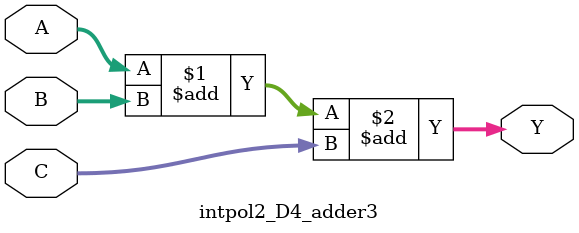
<source format=v>
module intpol2_D4_adder3 #(
    parameter  DATA_WIDTH  = 32,
    parameter  N_bits     =  2                   //N <= parte entera   
)(
    input       signed [DATA_WIDTH+N_bits-1:0] A,
    input       signed [DATA_WIDTH+N_bits-1:0] B,
    input       signed [DATA_WIDTH+N_bits-1:0] C,
    output      signed [DATA_WIDTH+N_bits-1:0] Y

);

    assign Y = A + B + C;


endmodule
</source>
